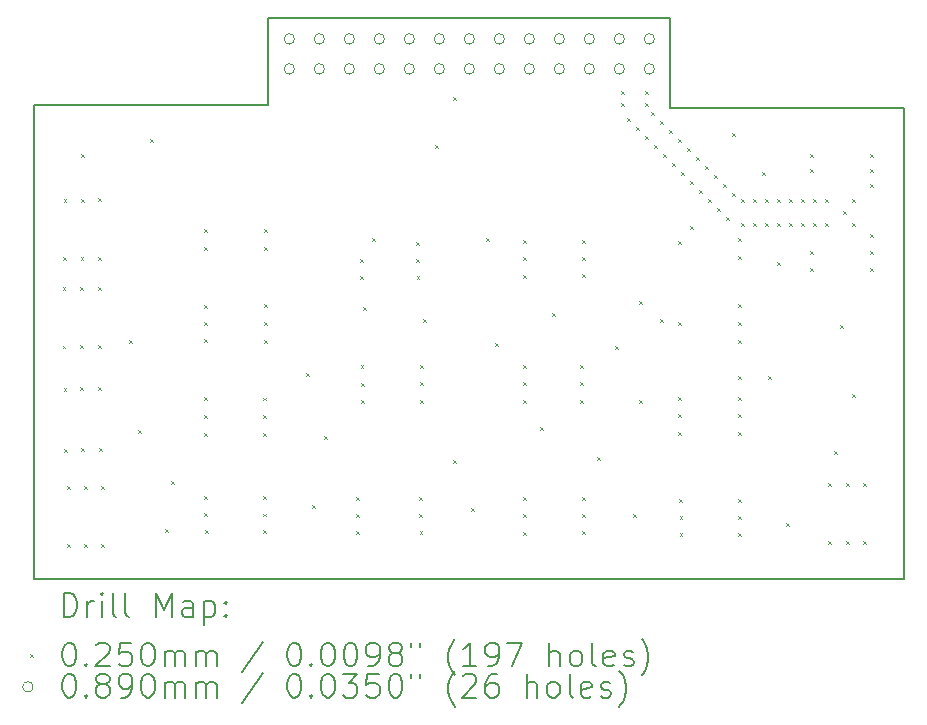
<source format=gbr>
%TF.GenerationSoftware,KiCad,Pcbnew,(6.0.8)*%
%TF.CreationDate,2023-08-07T17:47:23+10:00*%
%TF.ProjectId,REDPITAYA-BRK,52454450-4954-4415-9941-2d42524b2e6b,rev?*%
%TF.SameCoordinates,Original*%
%TF.FileFunction,Drillmap*%
%TF.FilePolarity,Positive*%
%FSLAX45Y45*%
G04 Gerber Fmt 4.5, Leading zero omitted, Abs format (unit mm)*
G04 Created by KiCad (PCBNEW (6.0.8)) date 2023-08-07 17:47:23*
%MOMM*%
%LPD*%
G01*
G04 APERTURE LIST*
%ADD10C,0.200000*%
%ADD11C,0.025000*%
%ADD12C,0.089000*%
G04 APERTURE END LIST*
D10*
X9652000Y-3124200D02*
X9652000Y-7137400D01*
X17018000Y-7137400D02*
X17018000Y-3149600D01*
X9652000Y-7137400D02*
X17018000Y-7137400D01*
X11633200Y-2387600D02*
X11633200Y-3124200D01*
X9652000Y-3124200D02*
X11633200Y-3124200D01*
X15036800Y-2387600D02*
X11633200Y-2387600D01*
X15036800Y-3149600D02*
X17018000Y-3149600D01*
X15036800Y-2387600D02*
X15036800Y-3149600D01*
D11*
X9890800Y-4667100D02*
X9915800Y-4692100D01*
X9915800Y-4667100D02*
X9890800Y-4692100D01*
X9890800Y-5161600D02*
X9915800Y-5186600D01*
X9915800Y-5161600D02*
X9890800Y-5186600D01*
X9893300Y-4413100D02*
X9918300Y-4438100D01*
X9918300Y-4413100D02*
X9893300Y-4438100D01*
X9899300Y-3917100D02*
X9924300Y-3942100D01*
X9924300Y-3917100D02*
X9899300Y-3942100D01*
X9899500Y-5517500D02*
X9924500Y-5542500D01*
X9924500Y-5517500D02*
X9899500Y-5542500D01*
X9907300Y-6034200D02*
X9932300Y-6059200D01*
X9932300Y-6034200D02*
X9907300Y-6059200D01*
X9926700Y-6844500D02*
X9951700Y-6869500D01*
X9951700Y-6844500D02*
X9926700Y-6869500D01*
X9927700Y-6349000D02*
X9952700Y-6374000D01*
X9952700Y-6349000D02*
X9927700Y-6374000D01*
X10040800Y-4666600D02*
X10065800Y-4691600D01*
X10065800Y-4666600D02*
X10040800Y-4691600D01*
X10040800Y-5161100D02*
X10065800Y-5186100D01*
X10065800Y-5161100D02*
X10040800Y-5186100D01*
X10043000Y-5516000D02*
X10068000Y-5541000D01*
X10068000Y-5516000D02*
X10043000Y-5541000D01*
X10043300Y-4412600D02*
X10068300Y-4437600D01*
X10068300Y-4412600D02*
X10043300Y-4437600D01*
X10045900Y-3543500D02*
X10070900Y-3568500D01*
X10070900Y-3543500D02*
X10045900Y-3568500D01*
X10046800Y-3917100D02*
X10071800Y-3942100D01*
X10071800Y-3917100D02*
X10046800Y-3942100D01*
X10050800Y-6032700D02*
X10075800Y-6057700D01*
X10075800Y-6032700D02*
X10050800Y-6057700D01*
X10070200Y-6843000D02*
X10095200Y-6868000D01*
X10095200Y-6843000D02*
X10070200Y-6868000D01*
X10071200Y-6347500D02*
X10096200Y-6372500D01*
X10096200Y-6347500D02*
X10071200Y-6372500D01*
X10188300Y-4666600D02*
X10213300Y-4691600D01*
X10213300Y-4666600D02*
X10188300Y-4691600D01*
X10188300Y-5161100D02*
X10213300Y-5186100D01*
X10213300Y-5161100D02*
X10188300Y-5186100D01*
X10190300Y-3915600D02*
X10215300Y-3940600D01*
X10215300Y-3915600D02*
X10190300Y-3940600D01*
X10190500Y-5516000D02*
X10215500Y-5541000D01*
X10215500Y-5516000D02*
X10190500Y-5541000D01*
X10190800Y-4412600D02*
X10215800Y-4437600D01*
X10215800Y-4412600D02*
X10190800Y-4437600D01*
X10198300Y-6032700D02*
X10223300Y-6057700D01*
X10223300Y-6032700D02*
X10198300Y-6057700D01*
X10217700Y-6843000D02*
X10242700Y-6868000D01*
X10242700Y-6843000D02*
X10217700Y-6868000D01*
X10218700Y-6347500D02*
X10243700Y-6372500D01*
X10243700Y-6347500D02*
X10218700Y-6372500D01*
X10452300Y-5118300D02*
X10477300Y-5143300D01*
X10477300Y-5118300D02*
X10452300Y-5143300D01*
X10528500Y-5880300D02*
X10553500Y-5905300D01*
X10553500Y-5880300D02*
X10528500Y-5905300D01*
X10630100Y-3416500D02*
X10655100Y-3441500D01*
X10655100Y-3416500D02*
X10630100Y-3441500D01*
X10757100Y-6718500D02*
X10782100Y-6743500D01*
X10782100Y-6718500D02*
X10757100Y-6743500D01*
X10807900Y-6312100D02*
X10832900Y-6337100D01*
X10832900Y-6312100D02*
X10807900Y-6337100D01*
X11087300Y-5600900D02*
X11112300Y-5625900D01*
X11112300Y-5600900D02*
X11087300Y-5625900D01*
X11087800Y-5750900D02*
X11112800Y-5775900D01*
X11112800Y-5750900D02*
X11087800Y-5775900D01*
X11087800Y-5898400D02*
X11112800Y-5923400D01*
X11112800Y-5898400D02*
X11087800Y-5923400D01*
X11089800Y-4817400D02*
X11114800Y-4842400D01*
X11114800Y-4817400D02*
X11089800Y-4842400D01*
X11089800Y-4964900D02*
X11114800Y-4989900D01*
X11114800Y-4964900D02*
X11089800Y-4989900D01*
X11091300Y-5108400D02*
X11116300Y-5133400D01*
X11116300Y-5108400D02*
X11091300Y-5133400D01*
X11092100Y-6434360D02*
X11117100Y-6459360D01*
X11117100Y-6434360D02*
X11092100Y-6459360D01*
X11092100Y-6581860D02*
X11117100Y-6606860D01*
X11117100Y-6581860D02*
X11092100Y-6606860D01*
X11092200Y-4179000D02*
X11117200Y-4204000D01*
X11117200Y-4179000D02*
X11092200Y-4204000D01*
X11092200Y-4326500D02*
X11117200Y-4351500D01*
X11117200Y-4326500D02*
X11092200Y-4351500D01*
X11093600Y-6725360D02*
X11118600Y-6750360D01*
X11118600Y-6725360D02*
X11093600Y-6750360D01*
X11587600Y-6436360D02*
X11612600Y-6461360D01*
X11612600Y-6436360D02*
X11587600Y-6461360D01*
X11587600Y-6583860D02*
X11612600Y-6608860D01*
X11612600Y-6583860D02*
X11587600Y-6608860D01*
X11588800Y-5601800D02*
X11613800Y-5626800D01*
X11613800Y-5601800D02*
X11588800Y-5626800D01*
X11589100Y-6727360D02*
X11614100Y-6752360D01*
X11614100Y-6727360D02*
X11589100Y-6752360D01*
X11589300Y-5751800D02*
X11614300Y-5776800D01*
X11614300Y-5751800D02*
X11589300Y-5776800D01*
X11589300Y-5899300D02*
X11614300Y-5924300D01*
X11614300Y-5899300D02*
X11589300Y-5924300D01*
X11595200Y-4176000D02*
X11620200Y-4201000D01*
X11620200Y-4176000D02*
X11595200Y-4201000D01*
X11595200Y-4323500D02*
X11620200Y-4348500D01*
X11620200Y-4323500D02*
X11595200Y-4348500D01*
X11595300Y-4813500D02*
X11620300Y-4838500D01*
X11620300Y-4813500D02*
X11595300Y-4838500D01*
X11595800Y-4963500D02*
X11620800Y-4988500D01*
X11620800Y-4963500D02*
X11595800Y-4988500D01*
X11595800Y-5111000D02*
X11620800Y-5136000D01*
X11620800Y-5111000D02*
X11595800Y-5136000D01*
X11950900Y-5397700D02*
X11975900Y-5422700D01*
X11975900Y-5397700D02*
X11950900Y-5422700D01*
X11999309Y-6512595D02*
X12024309Y-6537595D01*
X12024309Y-6512595D02*
X11999309Y-6537595D01*
X12103300Y-5931100D02*
X12128300Y-5956100D01*
X12128300Y-5931100D02*
X12103300Y-5956100D01*
X12377100Y-6441360D02*
X12402100Y-6466360D01*
X12402100Y-6441360D02*
X12377100Y-6466360D01*
X12377100Y-6588860D02*
X12402100Y-6613860D01*
X12402100Y-6588860D02*
X12377100Y-6613860D01*
X12378600Y-6732360D02*
X12403600Y-6757360D01*
X12403600Y-6732360D02*
X12378600Y-6757360D01*
X12408100Y-4427600D02*
X12433100Y-4452600D01*
X12433100Y-4427600D02*
X12408100Y-4452600D01*
X12409600Y-4571100D02*
X12434600Y-4596100D01*
X12434600Y-4571100D02*
X12409600Y-4596100D01*
X12414100Y-5327360D02*
X12439100Y-5352360D01*
X12439100Y-5327360D02*
X12414100Y-5352360D01*
X12414600Y-5477360D02*
X12439600Y-5502360D01*
X12439600Y-5477360D02*
X12414600Y-5502360D01*
X12414600Y-5624860D02*
X12439600Y-5649860D01*
X12439600Y-5624860D02*
X12414600Y-5649860D01*
X12433500Y-4838900D02*
X12458500Y-4863900D01*
X12458500Y-4838900D02*
X12433500Y-4863900D01*
X12509700Y-4254700D02*
X12534700Y-4279700D01*
X12534700Y-4254700D02*
X12509700Y-4279700D01*
X12886400Y-4285500D02*
X12911400Y-4310500D01*
X12911400Y-4285500D02*
X12886400Y-4310500D01*
X12886400Y-4433000D02*
X12911400Y-4458000D01*
X12911400Y-4433000D02*
X12886400Y-4458000D01*
X12887900Y-4576500D02*
X12912900Y-4601500D01*
X12912900Y-4576500D02*
X12887900Y-4601500D01*
X12912100Y-6443360D02*
X12937100Y-6468360D01*
X12937100Y-6443360D02*
X12912100Y-6468360D01*
X12912100Y-6590860D02*
X12937100Y-6615860D01*
X12937100Y-6590860D02*
X12912100Y-6615860D01*
X12913600Y-6734360D02*
X12938600Y-6759360D01*
X12938600Y-6734360D02*
X12913600Y-6759360D01*
X12915600Y-5323860D02*
X12940600Y-5348860D01*
X12940600Y-5323860D02*
X12915600Y-5348860D01*
X12916100Y-5473860D02*
X12941100Y-5498860D01*
X12941100Y-5473860D02*
X12916100Y-5498860D01*
X12916100Y-5621360D02*
X12941100Y-5646360D01*
X12941100Y-5621360D02*
X12916100Y-5646360D01*
X12941500Y-4940500D02*
X12966500Y-4965500D01*
X12966500Y-4940500D02*
X12941500Y-4965500D01*
X13043100Y-3467300D02*
X13068100Y-3492300D01*
X13068100Y-3467300D02*
X13043100Y-3492300D01*
X13195500Y-3060900D02*
X13220500Y-3085900D01*
X13220500Y-3060900D02*
X13195500Y-3085900D01*
X13195500Y-6134300D02*
X13220500Y-6159300D01*
X13220500Y-6134300D02*
X13195500Y-6159300D01*
X13347900Y-6540700D02*
X13372900Y-6565700D01*
X13372900Y-6540700D02*
X13347900Y-6565700D01*
X13474900Y-4254700D02*
X13499900Y-4279700D01*
X13499900Y-4254700D02*
X13474900Y-4279700D01*
X13551100Y-5143700D02*
X13576100Y-5168700D01*
X13576100Y-5143700D02*
X13551100Y-5168700D01*
X13787200Y-4271260D02*
X13812200Y-4296260D01*
X13812200Y-4271260D02*
X13787200Y-4296260D01*
X13787200Y-5328900D02*
X13812200Y-5353900D01*
X13812200Y-5328900D02*
X13787200Y-5353900D01*
X13788700Y-4414760D02*
X13813700Y-4439760D01*
X13813700Y-4414760D02*
X13788700Y-4439760D01*
X13788700Y-4562260D02*
X13813700Y-4587260D01*
X13813700Y-4562260D02*
X13788700Y-4587260D01*
X13788700Y-5472400D02*
X13813700Y-5497400D01*
X13813700Y-5472400D02*
X13788700Y-5497400D01*
X13788700Y-5619900D02*
X13813700Y-5644900D01*
X13813700Y-5619900D02*
X13788700Y-5644900D01*
X13791600Y-6447000D02*
X13816600Y-6472000D01*
X13816600Y-6447000D02*
X13791600Y-6472000D01*
X13793100Y-6590500D02*
X13818100Y-6615500D01*
X13818100Y-6590500D02*
X13793100Y-6615500D01*
X13793100Y-6738000D02*
X13818100Y-6763000D01*
X13818100Y-6738000D02*
X13793100Y-6763000D01*
X13932100Y-5854900D02*
X13957100Y-5879900D01*
X13957100Y-5854900D02*
X13932100Y-5879900D01*
X14033700Y-4889700D02*
X14058700Y-4914700D01*
X14058700Y-4889700D02*
X14033700Y-4914700D01*
X14274200Y-5329400D02*
X14299200Y-5354400D01*
X14299200Y-5329400D02*
X14274200Y-5354400D01*
X14275700Y-5472900D02*
X14300700Y-5497900D01*
X14300700Y-5472900D02*
X14275700Y-5497900D01*
X14275700Y-5620400D02*
X14300700Y-5645400D01*
X14300700Y-5620400D02*
X14275700Y-5645400D01*
X14285600Y-6443000D02*
X14310600Y-6468000D01*
X14310600Y-6443000D02*
X14285600Y-6468000D01*
X14285600Y-6590500D02*
X14310600Y-6615500D01*
X14310600Y-6590500D02*
X14285600Y-6615500D01*
X14286200Y-4268500D02*
X14311200Y-4293500D01*
X14311200Y-4268500D02*
X14286200Y-4293500D01*
X14287100Y-6734000D02*
X14312100Y-6759000D01*
X14312100Y-6734000D02*
X14287100Y-6759000D01*
X14287700Y-4412000D02*
X14312700Y-4437000D01*
X14312700Y-4412000D02*
X14287700Y-4437000D01*
X14287700Y-4559500D02*
X14312700Y-4584500D01*
X14312700Y-4559500D02*
X14287700Y-4584500D01*
X14414700Y-6108900D02*
X14439700Y-6133900D01*
X14439700Y-6108900D02*
X14414700Y-6133900D01*
X14567100Y-5169100D02*
X14592100Y-5194100D01*
X14592100Y-5169100D02*
X14567100Y-5194100D01*
X14617900Y-3010100D02*
X14642900Y-3035100D01*
X14642900Y-3010100D02*
X14617900Y-3035100D01*
X14617900Y-3111700D02*
X14642900Y-3136700D01*
X14642900Y-3111700D02*
X14617900Y-3136700D01*
X14668700Y-3238700D02*
X14693700Y-3263700D01*
X14693700Y-3238700D02*
X14668700Y-3263700D01*
X14719500Y-6591500D02*
X14744500Y-6616500D01*
X14744500Y-6591500D02*
X14719500Y-6616500D01*
X14744900Y-3314900D02*
X14769900Y-3339900D01*
X14769900Y-3314900D02*
X14744900Y-3339900D01*
X14770300Y-4788100D02*
X14795300Y-4813100D01*
X14795300Y-4788100D02*
X14770300Y-4813100D01*
X14770300Y-5626300D02*
X14795300Y-5651300D01*
X14795300Y-5626300D02*
X14770300Y-5651300D01*
X14821100Y-3010100D02*
X14846100Y-3035100D01*
X14846100Y-3010100D02*
X14821100Y-3035100D01*
X14821100Y-3111700D02*
X14846100Y-3136700D01*
X14846100Y-3111700D02*
X14821100Y-3136700D01*
X14821100Y-3391100D02*
X14846100Y-3416100D01*
X14846100Y-3391100D02*
X14821100Y-3416100D01*
X14871900Y-3187900D02*
X14896900Y-3212900D01*
X14896900Y-3187900D02*
X14871900Y-3212900D01*
X14897300Y-3467300D02*
X14922300Y-3492300D01*
X14922300Y-3467300D02*
X14897300Y-3492300D01*
X14948100Y-3264100D02*
X14973100Y-3289100D01*
X14973100Y-3264100D02*
X14948100Y-3289100D01*
X14948100Y-4940500D02*
X14973100Y-4965500D01*
X14973100Y-4940500D02*
X14948100Y-4965500D01*
X14973500Y-3543500D02*
X14998500Y-3568500D01*
X14998500Y-3543500D02*
X14973500Y-3568500D01*
X15024300Y-3340300D02*
X15049300Y-3365300D01*
X15049300Y-3340300D02*
X15024300Y-3365300D01*
X15049700Y-3619700D02*
X15074700Y-3644700D01*
X15074700Y-3619700D02*
X15049700Y-3644700D01*
X15100500Y-3416500D02*
X15125500Y-3441500D01*
X15125500Y-3416500D02*
X15100500Y-3441500D01*
X15100500Y-5600900D02*
X15125500Y-5625900D01*
X15125500Y-5600900D02*
X15100500Y-5625900D01*
X15101000Y-4280100D02*
X15126000Y-4305100D01*
X15126000Y-4280100D02*
X15101000Y-4305100D01*
X15101000Y-4963500D02*
X15126000Y-4988500D01*
X15126000Y-4963500D02*
X15101000Y-4988500D01*
X15102000Y-5744400D02*
X15127000Y-5769400D01*
X15127000Y-5744400D02*
X15102000Y-5769400D01*
X15102000Y-5891900D02*
X15127000Y-5916900D01*
X15127000Y-5891900D02*
X15102000Y-5916900D01*
X15113400Y-6459000D02*
X15138400Y-6484000D01*
X15138400Y-6459000D02*
X15113400Y-6484000D01*
X15114900Y-6602500D02*
X15139900Y-6627500D01*
X15139900Y-6602500D02*
X15114900Y-6627500D01*
X15114900Y-6750000D02*
X15139900Y-6775000D01*
X15139900Y-6750000D02*
X15114900Y-6775000D01*
X15125900Y-3695900D02*
X15150900Y-3720900D01*
X15150900Y-3695900D02*
X15125900Y-3720900D01*
X15176700Y-3492700D02*
X15201700Y-3517700D01*
X15201700Y-3492700D02*
X15176700Y-3517700D01*
X15202100Y-3772100D02*
X15227100Y-3797100D01*
X15227100Y-3772100D02*
X15202100Y-3797100D01*
X15202100Y-4153100D02*
X15227100Y-4178100D01*
X15227100Y-4153100D02*
X15202100Y-4178100D01*
X15252900Y-3568900D02*
X15277900Y-3593900D01*
X15277900Y-3568900D02*
X15252900Y-3593900D01*
X15278300Y-3848300D02*
X15303300Y-3873300D01*
X15303300Y-3848300D02*
X15278300Y-3873300D01*
X15329100Y-3645100D02*
X15354100Y-3670100D01*
X15354100Y-3645100D02*
X15329100Y-3670100D01*
X15354500Y-3924500D02*
X15379500Y-3949500D01*
X15379500Y-3924500D02*
X15354500Y-3949500D01*
X15405300Y-3721300D02*
X15430300Y-3746300D01*
X15430300Y-3721300D02*
X15405300Y-3746300D01*
X15430700Y-4000700D02*
X15455700Y-4025700D01*
X15455700Y-4000700D02*
X15430700Y-4025700D01*
X15481500Y-3797500D02*
X15506500Y-3822500D01*
X15506500Y-3797500D02*
X15481500Y-3822500D01*
X15506900Y-4076900D02*
X15531900Y-4101900D01*
X15531900Y-4076900D02*
X15506900Y-4101900D01*
X15557700Y-3365700D02*
X15582700Y-3390700D01*
X15582700Y-3365700D02*
X15557700Y-3390700D01*
X15557700Y-3873700D02*
X15582700Y-3898700D01*
X15582700Y-3873700D02*
X15557700Y-3898700D01*
X15606900Y-6460000D02*
X15631900Y-6485000D01*
X15631900Y-6460000D02*
X15606900Y-6485000D01*
X15608400Y-6603500D02*
X15633400Y-6628500D01*
X15633400Y-6603500D02*
X15608400Y-6628500D01*
X15608400Y-6751000D02*
X15633400Y-6776000D01*
X15633400Y-6751000D02*
X15608400Y-6776000D01*
X15608500Y-4813500D02*
X15633500Y-4838500D01*
X15633500Y-4813500D02*
X15608500Y-4838500D01*
X15608500Y-5423100D02*
X15633500Y-5448100D01*
X15633500Y-5423100D02*
X15608500Y-5448100D01*
X15608500Y-5600900D02*
X15633500Y-5625900D01*
X15633500Y-5600900D02*
X15608500Y-5625900D01*
X15609000Y-4252300D02*
X15634000Y-4277300D01*
X15634000Y-4252300D02*
X15609000Y-4277300D01*
X15609000Y-4399800D02*
X15634000Y-4424800D01*
X15634000Y-4399800D02*
X15609000Y-4424800D01*
X15609000Y-4963500D02*
X15634000Y-4988500D01*
X15634000Y-4963500D02*
X15609000Y-4988500D01*
X15609000Y-5111000D02*
X15634000Y-5136000D01*
X15634000Y-5111000D02*
X15609000Y-5136000D01*
X15610000Y-5744400D02*
X15635000Y-5769400D01*
X15635000Y-5744400D02*
X15610000Y-5769400D01*
X15610000Y-5891900D02*
X15635000Y-5916900D01*
X15635000Y-5891900D02*
X15610000Y-5916900D01*
X15633900Y-3924500D02*
X15658900Y-3949500D01*
X15658900Y-3924500D02*
X15633900Y-3949500D01*
X15633900Y-4127700D02*
X15658900Y-4152700D01*
X15658900Y-4127700D02*
X15633900Y-4152700D01*
X15735500Y-3924500D02*
X15760500Y-3949500D01*
X15760500Y-3924500D02*
X15735500Y-3949500D01*
X15735500Y-4127700D02*
X15760500Y-4152700D01*
X15760500Y-4127700D02*
X15735500Y-4152700D01*
X15811700Y-3695900D02*
X15836700Y-3720900D01*
X15836700Y-3695900D02*
X15811700Y-3720900D01*
X15837100Y-3924500D02*
X15862100Y-3949500D01*
X15862100Y-3924500D02*
X15837100Y-3949500D01*
X15837100Y-4127700D02*
X15862100Y-4152700D01*
X15862100Y-4127700D02*
X15837100Y-4152700D01*
X15862500Y-5423100D02*
X15887500Y-5448100D01*
X15887500Y-5423100D02*
X15862500Y-5448100D01*
X15938700Y-3924500D02*
X15963700Y-3949500D01*
X15963700Y-3924500D02*
X15938700Y-3949500D01*
X15938700Y-4127700D02*
X15963700Y-4152700D01*
X15963700Y-4127700D02*
X15938700Y-4152700D01*
X15938700Y-4457900D02*
X15963700Y-4482900D01*
X15963700Y-4457900D02*
X15938700Y-4482900D01*
X16014900Y-6667700D02*
X16039900Y-6692700D01*
X16039900Y-6667700D02*
X16014900Y-6692700D01*
X16040300Y-3924500D02*
X16065300Y-3949500D01*
X16065300Y-3924500D02*
X16040300Y-3949500D01*
X16040300Y-4127700D02*
X16065300Y-4152700D01*
X16065300Y-4127700D02*
X16040300Y-4152700D01*
X16141900Y-3924500D02*
X16166900Y-3949500D01*
X16166900Y-3924500D02*
X16141900Y-3949500D01*
X16141900Y-4127700D02*
X16166900Y-4152700D01*
X16166900Y-4127700D02*
X16141900Y-4152700D01*
X16216600Y-4365200D02*
X16241600Y-4390200D01*
X16241600Y-4365200D02*
X16216600Y-4390200D01*
X16218100Y-3543500D02*
X16243100Y-3568500D01*
X16243100Y-3543500D02*
X16218100Y-3568500D01*
X16218100Y-3670500D02*
X16243100Y-3695500D01*
X16243100Y-3670500D02*
X16218100Y-3695500D01*
X16218100Y-4508700D02*
X16243100Y-4533700D01*
X16243100Y-4508700D02*
X16218100Y-4533700D01*
X16243500Y-3924500D02*
X16268500Y-3949500D01*
X16268500Y-3924500D02*
X16243500Y-3949500D01*
X16243500Y-4127700D02*
X16268500Y-4152700D01*
X16268500Y-4127700D02*
X16243500Y-4152700D01*
X16345100Y-3924500D02*
X16370100Y-3949500D01*
X16370100Y-3924500D02*
X16345100Y-3949500D01*
X16345100Y-4127700D02*
X16370100Y-4152700D01*
X16370100Y-4127700D02*
X16345100Y-4152700D01*
X16374900Y-6817680D02*
X16399900Y-6842680D01*
X16399900Y-6817680D02*
X16374900Y-6842680D01*
X16375900Y-6326180D02*
X16400900Y-6351180D01*
X16400900Y-6326180D02*
X16375900Y-6351180D01*
X16421300Y-6058100D02*
X16446300Y-6083100D01*
X16446300Y-6058100D02*
X16421300Y-6083100D01*
X16472100Y-4991300D02*
X16497100Y-5016300D01*
X16497100Y-4991300D02*
X16472100Y-5016300D01*
X16497500Y-4026100D02*
X16522500Y-4051100D01*
X16522500Y-4026100D02*
X16497500Y-4051100D01*
X16522400Y-6817680D02*
X16547400Y-6842680D01*
X16547400Y-6817680D02*
X16522400Y-6842680D01*
X16523400Y-6326180D02*
X16548400Y-6351180D01*
X16548400Y-6326180D02*
X16523400Y-6351180D01*
X16573700Y-3924500D02*
X16598700Y-3949500D01*
X16598700Y-3924500D02*
X16573700Y-3949500D01*
X16573700Y-4127700D02*
X16598700Y-4152700D01*
X16598700Y-4127700D02*
X16573700Y-4152700D01*
X16573700Y-5575500D02*
X16598700Y-5600500D01*
X16598700Y-5575500D02*
X16573700Y-5600500D01*
X16665900Y-6816180D02*
X16690900Y-6841180D01*
X16690900Y-6816180D02*
X16665900Y-6841180D01*
X16666900Y-6324680D02*
X16691900Y-6349680D01*
X16691900Y-6324680D02*
X16666900Y-6349680D01*
X16724600Y-4217700D02*
X16749600Y-4242700D01*
X16749600Y-4217700D02*
X16724600Y-4242700D01*
X16724600Y-4365200D02*
X16749600Y-4390200D01*
X16749600Y-4365200D02*
X16724600Y-4390200D01*
X16726100Y-3543500D02*
X16751100Y-3568500D01*
X16751100Y-3543500D02*
X16726100Y-3568500D01*
X16726100Y-3670500D02*
X16751100Y-3695500D01*
X16751100Y-3670500D02*
X16726100Y-3695500D01*
X16726100Y-4508700D02*
X16751100Y-4533700D01*
X16751100Y-4508700D02*
X16726100Y-4533700D01*
X16727600Y-3797500D02*
X16752600Y-3822500D01*
X16752600Y-3797500D02*
X16727600Y-3822500D01*
D12*
X11855500Y-2565400D02*
G75*
G03*
X11855500Y-2565400I-44500J0D01*
G01*
X11855500Y-2819400D02*
G75*
G03*
X11855500Y-2819400I-44500J0D01*
G01*
X12109500Y-2565400D02*
G75*
G03*
X12109500Y-2565400I-44500J0D01*
G01*
X12109500Y-2819400D02*
G75*
G03*
X12109500Y-2819400I-44500J0D01*
G01*
X12363500Y-2565400D02*
G75*
G03*
X12363500Y-2565400I-44500J0D01*
G01*
X12363500Y-2819400D02*
G75*
G03*
X12363500Y-2819400I-44500J0D01*
G01*
X12617500Y-2565400D02*
G75*
G03*
X12617500Y-2565400I-44500J0D01*
G01*
X12617500Y-2819400D02*
G75*
G03*
X12617500Y-2819400I-44500J0D01*
G01*
X12871500Y-2565400D02*
G75*
G03*
X12871500Y-2565400I-44500J0D01*
G01*
X12871500Y-2819400D02*
G75*
G03*
X12871500Y-2819400I-44500J0D01*
G01*
X13125500Y-2565400D02*
G75*
G03*
X13125500Y-2565400I-44500J0D01*
G01*
X13125500Y-2819400D02*
G75*
G03*
X13125500Y-2819400I-44500J0D01*
G01*
X13379500Y-2565400D02*
G75*
G03*
X13379500Y-2565400I-44500J0D01*
G01*
X13379500Y-2819400D02*
G75*
G03*
X13379500Y-2819400I-44500J0D01*
G01*
X13633500Y-2565400D02*
G75*
G03*
X13633500Y-2565400I-44500J0D01*
G01*
X13633500Y-2819400D02*
G75*
G03*
X13633500Y-2819400I-44500J0D01*
G01*
X13887500Y-2565400D02*
G75*
G03*
X13887500Y-2565400I-44500J0D01*
G01*
X13887500Y-2819400D02*
G75*
G03*
X13887500Y-2819400I-44500J0D01*
G01*
X14141500Y-2565400D02*
G75*
G03*
X14141500Y-2565400I-44500J0D01*
G01*
X14141500Y-2819400D02*
G75*
G03*
X14141500Y-2819400I-44500J0D01*
G01*
X14395500Y-2565400D02*
G75*
G03*
X14395500Y-2565400I-44500J0D01*
G01*
X14395500Y-2819400D02*
G75*
G03*
X14395500Y-2819400I-44500J0D01*
G01*
X14649500Y-2565400D02*
G75*
G03*
X14649500Y-2565400I-44500J0D01*
G01*
X14649500Y-2819400D02*
G75*
G03*
X14649500Y-2819400I-44500J0D01*
G01*
X14903500Y-2565400D02*
G75*
G03*
X14903500Y-2565400I-44500J0D01*
G01*
X14903500Y-2819400D02*
G75*
G03*
X14903500Y-2819400I-44500J0D01*
G01*
D10*
X9899619Y-7457876D02*
X9899619Y-7257876D01*
X9947238Y-7257876D01*
X9975810Y-7267400D01*
X9994857Y-7286448D01*
X10004381Y-7305495D01*
X10013905Y-7343590D01*
X10013905Y-7372162D01*
X10004381Y-7410257D01*
X9994857Y-7429305D01*
X9975810Y-7448352D01*
X9947238Y-7457876D01*
X9899619Y-7457876D01*
X10099619Y-7457876D02*
X10099619Y-7324543D01*
X10099619Y-7362638D02*
X10109143Y-7343590D01*
X10118667Y-7334067D01*
X10137714Y-7324543D01*
X10156762Y-7324543D01*
X10223429Y-7457876D02*
X10223429Y-7324543D01*
X10223429Y-7257876D02*
X10213905Y-7267400D01*
X10223429Y-7276924D01*
X10232952Y-7267400D01*
X10223429Y-7257876D01*
X10223429Y-7276924D01*
X10347238Y-7457876D02*
X10328190Y-7448352D01*
X10318667Y-7429305D01*
X10318667Y-7257876D01*
X10452000Y-7457876D02*
X10432952Y-7448352D01*
X10423429Y-7429305D01*
X10423429Y-7257876D01*
X10680571Y-7457876D02*
X10680571Y-7257876D01*
X10747238Y-7400733D01*
X10813905Y-7257876D01*
X10813905Y-7457876D01*
X10994857Y-7457876D02*
X10994857Y-7353114D01*
X10985333Y-7334067D01*
X10966286Y-7324543D01*
X10928190Y-7324543D01*
X10909143Y-7334067D01*
X10994857Y-7448352D02*
X10975810Y-7457876D01*
X10928190Y-7457876D01*
X10909143Y-7448352D01*
X10899619Y-7429305D01*
X10899619Y-7410257D01*
X10909143Y-7391209D01*
X10928190Y-7381686D01*
X10975810Y-7381686D01*
X10994857Y-7372162D01*
X11090095Y-7324543D02*
X11090095Y-7524543D01*
X11090095Y-7334067D02*
X11109143Y-7324543D01*
X11147238Y-7324543D01*
X11166286Y-7334067D01*
X11175810Y-7343590D01*
X11185333Y-7362638D01*
X11185333Y-7419781D01*
X11175810Y-7438828D01*
X11166286Y-7448352D01*
X11147238Y-7457876D01*
X11109143Y-7457876D01*
X11090095Y-7448352D01*
X11271048Y-7438828D02*
X11280571Y-7448352D01*
X11271048Y-7457876D01*
X11261524Y-7448352D01*
X11271048Y-7438828D01*
X11271048Y-7457876D01*
X11271048Y-7334067D02*
X11280571Y-7343590D01*
X11271048Y-7353114D01*
X11261524Y-7343590D01*
X11271048Y-7334067D01*
X11271048Y-7353114D01*
D11*
X9617000Y-7774900D02*
X9642000Y-7799900D01*
X9642000Y-7774900D02*
X9617000Y-7799900D01*
D10*
X9937714Y-7677876D02*
X9956762Y-7677876D01*
X9975810Y-7687400D01*
X9985333Y-7696924D01*
X9994857Y-7715971D01*
X10004381Y-7754067D01*
X10004381Y-7801686D01*
X9994857Y-7839781D01*
X9985333Y-7858828D01*
X9975810Y-7868352D01*
X9956762Y-7877876D01*
X9937714Y-7877876D01*
X9918667Y-7868352D01*
X9909143Y-7858828D01*
X9899619Y-7839781D01*
X9890095Y-7801686D01*
X9890095Y-7754067D01*
X9899619Y-7715971D01*
X9909143Y-7696924D01*
X9918667Y-7687400D01*
X9937714Y-7677876D01*
X10090095Y-7858828D02*
X10099619Y-7868352D01*
X10090095Y-7877876D01*
X10080571Y-7868352D01*
X10090095Y-7858828D01*
X10090095Y-7877876D01*
X10175810Y-7696924D02*
X10185333Y-7687400D01*
X10204381Y-7677876D01*
X10252000Y-7677876D01*
X10271048Y-7687400D01*
X10280571Y-7696924D01*
X10290095Y-7715971D01*
X10290095Y-7735019D01*
X10280571Y-7763590D01*
X10166286Y-7877876D01*
X10290095Y-7877876D01*
X10471048Y-7677876D02*
X10375810Y-7677876D01*
X10366286Y-7773114D01*
X10375810Y-7763590D01*
X10394857Y-7754067D01*
X10442476Y-7754067D01*
X10461524Y-7763590D01*
X10471048Y-7773114D01*
X10480571Y-7792162D01*
X10480571Y-7839781D01*
X10471048Y-7858828D01*
X10461524Y-7868352D01*
X10442476Y-7877876D01*
X10394857Y-7877876D01*
X10375810Y-7868352D01*
X10366286Y-7858828D01*
X10604381Y-7677876D02*
X10623429Y-7677876D01*
X10642476Y-7687400D01*
X10652000Y-7696924D01*
X10661524Y-7715971D01*
X10671048Y-7754067D01*
X10671048Y-7801686D01*
X10661524Y-7839781D01*
X10652000Y-7858828D01*
X10642476Y-7868352D01*
X10623429Y-7877876D01*
X10604381Y-7877876D01*
X10585333Y-7868352D01*
X10575810Y-7858828D01*
X10566286Y-7839781D01*
X10556762Y-7801686D01*
X10556762Y-7754067D01*
X10566286Y-7715971D01*
X10575810Y-7696924D01*
X10585333Y-7687400D01*
X10604381Y-7677876D01*
X10756762Y-7877876D02*
X10756762Y-7744543D01*
X10756762Y-7763590D02*
X10766286Y-7754067D01*
X10785333Y-7744543D01*
X10813905Y-7744543D01*
X10832952Y-7754067D01*
X10842476Y-7773114D01*
X10842476Y-7877876D01*
X10842476Y-7773114D02*
X10852000Y-7754067D01*
X10871048Y-7744543D01*
X10899619Y-7744543D01*
X10918667Y-7754067D01*
X10928190Y-7773114D01*
X10928190Y-7877876D01*
X11023429Y-7877876D02*
X11023429Y-7744543D01*
X11023429Y-7763590D02*
X11032952Y-7754067D01*
X11052000Y-7744543D01*
X11080571Y-7744543D01*
X11099619Y-7754067D01*
X11109143Y-7773114D01*
X11109143Y-7877876D01*
X11109143Y-7773114D02*
X11118667Y-7754067D01*
X11137714Y-7744543D01*
X11166286Y-7744543D01*
X11185333Y-7754067D01*
X11194857Y-7773114D01*
X11194857Y-7877876D01*
X11585333Y-7668352D02*
X11413905Y-7925495D01*
X11842476Y-7677876D02*
X11861524Y-7677876D01*
X11880571Y-7687400D01*
X11890095Y-7696924D01*
X11899619Y-7715971D01*
X11909143Y-7754067D01*
X11909143Y-7801686D01*
X11899619Y-7839781D01*
X11890095Y-7858828D01*
X11880571Y-7868352D01*
X11861524Y-7877876D01*
X11842476Y-7877876D01*
X11823428Y-7868352D01*
X11813905Y-7858828D01*
X11804381Y-7839781D01*
X11794857Y-7801686D01*
X11794857Y-7754067D01*
X11804381Y-7715971D01*
X11813905Y-7696924D01*
X11823428Y-7687400D01*
X11842476Y-7677876D01*
X11994857Y-7858828D02*
X12004381Y-7868352D01*
X11994857Y-7877876D01*
X11985333Y-7868352D01*
X11994857Y-7858828D01*
X11994857Y-7877876D01*
X12128190Y-7677876D02*
X12147238Y-7677876D01*
X12166286Y-7687400D01*
X12175809Y-7696924D01*
X12185333Y-7715971D01*
X12194857Y-7754067D01*
X12194857Y-7801686D01*
X12185333Y-7839781D01*
X12175809Y-7858828D01*
X12166286Y-7868352D01*
X12147238Y-7877876D01*
X12128190Y-7877876D01*
X12109143Y-7868352D01*
X12099619Y-7858828D01*
X12090095Y-7839781D01*
X12080571Y-7801686D01*
X12080571Y-7754067D01*
X12090095Y-7715971D01*
X12099619Y-7696924D01*
X12109143Y-7687400D01*
X12128190Y-7677876D01*
X12318667Y-7677876D02*
X12337714Y-7677876D01*
X12356762Y-7687400D01*
X12366286Y-7696924D01*
X12375809Y-7715971D01*
X12385333Y-7754067D01*
X12385333Y-7801686D01*
X12375809Y-7839781D01*
X12366286Y-7858828D01*
X12356762Y-7868352D01*
X12337714Y-7877876D01*
X12318667Y-7877876D01*
X12299619Y-7868352D01*
X12290095Y-7858828D01*
X12280571Y-7839781D01*
X12271048Y-7801686D01*
X12271048Y-7754067D01*
X12280571Y-7715971D01*
X12290095Y-7696924D01*
X12299619Y-7687400D01*
X12318667Y-7677876D01*
X12480571Y-7877876D02*
X12518667Y-7877876D01*
X12537714Y-7868352D01*
X12547238Y-7858828D01*
X12566286Y-7830257D01*
X12575809Y-7792162D01*
X12575809Y-7715971D01*
X12566286Y-7696924D01*
X12556762Y-7687400D01*
X12537714Y-7677876D01*
X12499619Y-7677876D01*
X12480571Y-7687400D01*
X12471048Y-7696924D01*
X12461524Y-7715971D01*
X12461524Y-7763590D01*
X12471048Y-7782638D01*
X12480571Y-7792162D01*
X12499619Y-7801686D01*
X12537714Y-7801686D01*
X12556762Y-7792162D01*
X12566286Y-7782638D01*
X12575809Y-7763590D01*
X12690095Y-7763590D02*
X12671048Y-7754067D01*
X12661524Y-7744543D01*
X12652000Y-7725495D01*
X12652000Y-7715971D01*
X12661524Y-7696924D01*
X12671048Y-7687400D01*
X12690095Y-7677876D01*
X12728190Y-7677876D01*
X12747238Y-7687400D01*
X12756762Y-7696924D01*
X12766286Y-7715971D01*
X12766286Y-7725495D01*
X12756762Y-7744543D01*
X12747238Y-7754067D01*
X12728190Y-7763590D01*
X12690095Y-7763590D01*
X12671048Y-7773114D01*
X12661524Y-7782638D01*
X12652000Y-7801686D01*
X12652000Y-7839781D01*
X12661524Y-7858828D01*
X12671048Y-7868352D01*
X12690095Y-7877876D01*
X12728190Y-7877876D01*
X12747238Y-7868352D01*
X12756762Y-7858828D01*
X12766286Y-7839781D01*
X12766286Y-7801686D01*
X12756762Y-7782638D01*
X12747238Y-7773114D01*
X12728190Y-7763590D01*
X12842476Y-7677876D02*
X12842476Y-7715971D01*
X12918667Y-7677876D02*
X12918667Y-7715971D01*
X13213905Y-7954067D02*
X13204381Y-7944543D01*
X13185333Y-7915971D01*
X13175809Y-7896924D01*
X13166286Y-7868352D01*
X13156762Y-7820733D01*
X13156762Y-7782638D01*
X13166286Y-7735019D01*
X13175809Y-7706448D01*
X13185333Y-7687400D01*
X13204381Y-7658828D01*
X13213905Y-7649305D01*
X13394857Y-7877876D02*
X13280571Y-7877876D01*
X13337714Y-7877876D02*
X13337714Y-7677876D01*
X13318667Y-7706448D01*
X13299619Y-7725495D01*
X13280571Y-7735019D01*
X13490095Y-7877876D02*
X13528190Y-7877876D01*
X13547238Y-7868352D01*
X13556762Y-7858828D01*
X13575809Y-7830257D01*
X13585333Y-7792162D01*
X13585333Y-7715971D01*
X13575809Y-7696924D01*
X13566286Y-7687400D01*
X13547238Y-7677876D01*
X13509143Y-7677876D01*
X13490095Y-7687400D01*
X13480571Y-7696924D01*
X13471048Y-7715971D01*
X13471048Y-7763590D01*
X13480571Y-7782638D01*
X13490095Y-7792162D01*
X13509143Y-7801686D01*
X13547238Y-7801686D01*
X13566286Y-7792162D01*
X13575809Y-7782638D01*
X13585333Y-7763590D01*
X13652000Y-7677876D02*
X13785333Y-7677876D01*
X13699619Y-7877876D01*
X14013905Y-7877876D02*
X14013905Y-7677876D01*
X14099619Y-7877876D02*
X14099619Y-7773114D01*
X14090095Y-7754067D01*
X14071048Y-7744543D01*
X14042476Y-7744543D01*
X14023428Y-7754067D01*
X14013905Y-7763590D01*
X14223428Y-7877876D02*
X14204381Y-7868352D01*
X14194857Y-7858828D01*
X14185333Y-7839781D01*
X14185333Y-7782638D01*
X14194857Y-7763590D01*
X14204381Y-7754067D01*
X14223428Y-7744543D01*
X14252000Y-7744543D01*
X14271048Y-7754067D01*
X14280571Y-7763590D01*
X14290095Y-7782638D01*
X14290095Y-7839781D01*
X14280571Y-7858828D01*
X14271048Y-7868352D01*
X14252000Y-7877876D01*
X14223428Y-7877876D01*
X14404381Y-7877876D02*
X14385333Y-7868352D01*
X14375809Y-7849305D01*
X14375809Y-7677876D01*
X14556762Y-7868352D02*
X14537714Y-7877876D01*
X14499619Y-7877876D01*
X14480571Y-7868352D01*
X14471048Y-7849305D01*
X14471048Y-7773114D01*
X14480571Y-7754067D01*
X14499619Y-7744543D01*
X14537714Y-7744543D01*
X14556762Y-7754067D01*
X14566286Y-7773114D01*
X14566286Y-7792162D01*
X14471048Y-7811209D01*
X14642476Y-7868352D02*
X14661524Y-7877876D01*
X14699619Y-7877876D01*
X14718667Y-7868352D01*
X14728190Y-7849305D01*
X14728190Y-7839781D01*
X14718667Y-7820733D01*
X14699619Y-7811209D01*
X14671048Y-7811209D01*
X14652000Y-7801686D01*
X14642476Y-7782638D01*
X14642476Y-7773114D01*
X14652000Y-7754067D01*
X14671048Y-7744543D01*
X14699619Y-7744543D01*
X14718667Y-7754067D01*
X14794857Y-7954067D02*
X14804381Y-7944543D01*
X14823428Y-7915971D01*
X14832952Y-7896924D01*
X14842476Y-7868352D01*
X14852000Y-7820733D01*
X14852000Y-7782638D01*
X14842476Y-7735019D01*
X14832952Y-7706448D01*
X14823428Y-7687400D01*
X14804381Y-7658828D01*
X14794857Y-7649305D01*
D12*
X9642000Y-8051400D02*
G75*
G03*
X9642000Y-8051400I-44500J0D01*
G01*
D10*
X9937714Y-7941876D02*
X9956762Y-7941876D01*
X9975810Y-7951400D01*
X9985333Y-7960924D01*
X9994857Y-7979971D01*
X10004381Y-8018067D01*
X10004381Y-8065686D01*
X9994857Y-8103781D01*
X9985333Y-8122828D01*
X9975810Y-8132352D01*
X9956762Y-8141876D01*
X9937714Y-8141876D01*
X9918667Y-8132352D01*
X9909143Y-8122828D01*
X9899619Y-8103781D01*
X9890095Y-8065686D01*
X9890095Y-8018067D01*
X9899619Y-7979971D01*
X9909143Y-7960924D01*
X9918667Y-7951400D01*
X9937714Y-7941876D01*
X10090095Y-8122828D02*
X10099619Y-8132352D01*
X10090095Y-8141876D01*
X10080571Y-8132352D01*
X10090095Y-8122828D01*
X10090095Y-8141876D01*
X10213905Y-8027590D02*
X10194857Y-8018067D01*
X10185333Y-8008543D01*
X10175810Y-7989495D01*
X10175810Y-7979971D01*
X10185333Y-7960924D01*
X10194857Y-7951400D01*
X10213905Y-7941876D01*
X10252000Y-7941876D01*
X10271048Y-7951400D01*
X10280571Y-7960924D01*
X10290095Y-7979971D01*
X10290095Y-7989495D01*
X10280571Y-8008543D01*
X10271048Y-8018067D01*
X10252000Y-8027590D01*
X10213905Y-8027590D01*
X10194857Y-8037114D01*
X10185333Y-8046638D01*
X10175810Y-8065686D01*
X10175810Y-8103781D01*
X10185333Y-8122828D01*
X10194857Y-8132352D01*
X10213905Y-8141876D01*
X10252000Y-8141876D01*
X10271048Y-8132352D01*
X10280571Y-8122828D01*
X10290095Y-8103781D01*
X10290095Y-8065686D01*
X10280571Y-8046638D01*
X10271048Y-8037114D01*
X10252000Y-8027590D01*
X10385333Y-8141876D02*
X10423429Y-8141876D01*
X10442476Y-8132352D01*
X10452000Y-8122828D01*
X10471048Y-8094257D01*
X10480571Y-8056162D01*
X10480571Y-7979971D01*
X10471048Y-7960924D01*
X10461524Y-7951400D01*
X10442476Y-7941876D01*
X10404381Y-7941876D01*
X10385333Y-7951400D01*
X10375810Y-7960924D01*
X10366286Y-7979971D01*
X10366286Y-8027590D01*
X10375810Y-8046638D01*
X10385333Y-8056162D01*
X10404381Y-8065686D01*
X10442476Y-8065686D01*
X10461524Y-8056162D01*
X10471048Y-8046638D01*
X10480571Y-8027590D01*
X10604381Y-7941876D02*
X10623429Y-7941876D01*
X10642476Y-7951400D01*
X10652000Y-7960924D01*
X10661524Y-7979971D01*
X10671048Y-8018067D01*
X10671048Y-8065686D01*
X10661524Y-8103781D01*
X10652000Y-8122828D01*
X10642476Y-8132352D01*
X10623429Y-8141876D01*
X10604381Y-8141876D01*
X10585333Y-8132352D01*
X10575810Y-8122828D01*
X10566286Y-8103781D01*
X10556762Y-8065686D01*
X10556762Y-8018067D01*
X10566286Y-7979971D01*
X10575810Y-7960924D01*
X10585333Y-7951400D01*
X10604381Y-7941876D01*
X10756762Y-8141876D02*
X10756762Y-8008543D01*
X10756762Y-8027590D02*
X10766286Y-8018067D01*
X10785333Y-8008543D01*
X10813905Y-8008543D01*
X10832952Y-8018067D01*
X10842476Y-8037114D01*
X10842476Y-8141876D01*
X10842476Y-8037114D02*
X10852000Y-8018067D01*
X10871048Y-8008543D01*
X10899619Y-8008543D01*
X10918667Y-8018067D01*
X10928190Y-8037114D01*
X10928190Y-8141876D01*
X11023429Y-8141876D02*
X11023429Y-8008543D01*
X11023429Y-8027590D02*
X11032952Y-8018067D01*
X11052000Y-8008543D01*
X11080571Y-8008543D01*
X11099619Y-8018067D01*
X11109143Y-8037114D01*
X11109143Y-8141876D01*
X11109143Y-8037114D02*
X11118667Y-8018067D01*
X11137714Y-8008543D01*
X11166286Y-8008543D01*
X11185333Y-8018067D01*
X11194857Y-8037114D01*
X11194857Y-8141876D01*
X11585333Y-7932352D02*
X11413905Y-8189495D01*
X11842476Y-7941876D02*
X11861524Y-7941876D01*
X11880571Y-7951400D01*
X11890095Y-7960924D01*
X11899619Y-7979971D01*
X11909143Y-8018067D01*
X11909143Y-8065686D01*
X11899619Y-8103781D01*
X11890095Y-8122828D01*
X11880571Y-8132352D01*
X11861524Y-8141876D01*
X11842476Y-8141876D01*
X11823428Y-8132352D01*
X11813905Y-8122828D01*
X11804381Y-8103781D01*
X11794857Y-8065686D01*
X11794857Y-8018067D01*
X11804381Y-7979971D01*
X11813905Y-7960924D01*
X11823428Y-7951400D01*
X11842476Y-7941876D01*
X11994857Y-8122828D02*
X12004381Y-8132352D01*
X11994857Y-8141876D01*
X11985333Y-8132352D01*
X11994857Y-8122828D01*
X11994857Y-8141876D01*
X12128190Y-7941876D02*
X12147238Y-7941876D01*
X12166286Y-7951400D01*
X12175809Y-7960924D01*
X12185333Y-7979971D01*
X12194857Y-8018067D01*
X12194857Y-8065686D01*
X12185333Y-8103781D01*
X12175809Y-8122828D01*
X12166286Y-8132352D01*
X12147238Y-8141876D01*
X12128190Y-8141876D01*
X12109143Y-8132352D01*
X12099619Y-8122828D01*
X12090095Y-8103781D01*
X12080571Y-8065686D01*
X12080571Y-8018067D01*
X12090095Y-7979971D01*
X12099619Y-7960924D01*
X12109143Y-7951400D01*
X12128190Y-7941876D01*
X12261524Y-7941876D02*
X12385333Y-7941876D01*
X12318667Y-8018067D01*
X12347238Y-8018067D01*
X12366286Y-8027590D01*
X12375809Y-8037114D01*
X12385333Y-8056162D01*
X12385333Y-8103781D01*
X12375809Y-8122828D01*
X12366286Y-8132352D01*
X12347238Y-8141876D01*
X12290095Y-8141876D01*
X12271048Y-8132352D01*
X12261524Y-8122828D01*
X12566286Y-7941876D02*
X12471048Y-7941876D01*
X12461524Y-8037114D01*
X12471048Y-8027590D01*
X12490095Y-8018067D01*
X12537714Y-8018067D01*
X12556762Y-8027590D01*
X12566286Y-8037114D01*
X12575809Y-8056162D01*
X12575809Y-8103781D01*
X12566286Y-8122828D01*
X12556762Y-8132352D01*
X12537714Y-8141876D01*
X12490095Y-8141876D01*
X12471048Y-8132352D01*
X12461524Y-8122828D01*
X12699619Y-7941876D02*
X12718667Y-7941876D01*
X12737714Y-7951400D01*
X12747238Y-7960924D01*
X12756762Y-7979971D01*
X12766286Y-8018067D01*
X12766286Y-8065686D01*
X12756762Y-8103781D01*
X12747238Y-8122828D01*
X12737714Y-8132352D01*
X12718667Y-8141876D01*
X12699619Y-8141876D01*
X12680571Y-8132352D01*
X12671048Y-8122828D01*
X12661524Y-8103781D01*
X12652000Y-8065686D01*
X12652000Y-8018067D01*
X12661524Y-7979971D01*
X12671048Y-7960924D01*
X12680571Y-7951400D01*
X12699619Y-7941876D01*
X12842476Y-7941876D02*
X12842476Y-7979971D01*
X12918667Y-7941876D02*
X12918667Y-7979971D01*
X13213905Y-8218067D02*
X13204381Y-8208543D01*
X13185333Y-8179971D01*
X13175809Y-8160924D01*
X13166286Y-8132352D01*
X13156762Y-8084733D01*
X13156762Y-8046638D01*
X13166286Y-7999019D01*
X13175809Y-7970448D01*
X13185333Y-7951400D01*
X13204381Y-7922828D01*
X13213905Y-7913305D01*
X13280571Y-7960924D02*
X13290095Y-7951400D01*
X13309143Y-7941876D01*
X13356762Y-7941876D01*
X13375809Y-7951400D01*
X13385333Y-7960924D01*
X13394857Y-7979971D01*
X13394857Y-7999019D01*
X13385333Y-8027590D01*
X13271048Y-8141876D01*
X13394857Y-8141876D01*
X13566286Y-7941876D02*
X13528190Y-7941876D01*
X13509143Y-7951400D01*
X13499619Y-7960924D01*
X13480571Y-7989495D01*
X13471048Y-8027590D01*
X13471048Y-8103781D01*
X13480571Y-8122828D01*
X13490095Y-8132352D01*
X13509143Y-8141876D01*
X13547238Y-8141876D01*
X13566286Y-8132352D01*
X13575809Y-8122828D01*
X13585333Y-8103781D01*
X13585333Y-8056162D01*
X13575809Y-8037114D01*
X13566286Y-8027590D01*
X13547238Y-8018067D01*
X13509143Y-8018067D01*
X13490095Y-8027590D01*
X13480571Y-8037114D01*
X13471048Y-8056162D01*
X13823428Y-8141876D02*
X13823428Y-7941876D01*
X13909143Y-8141876D02*
X13909143Y-8037114D01*
X13899619Y-8018067D01*
X13880571Y-8008543D01*
X13852000Y-8008543D01*
X13832952Y-8018067D01*
X13823428Y-8027590D01*
X14032952Y-8141876D02*
X14013905Y-8132352D01*
X14004381Y-8122828D01*
X13994857Y-8103781D01*
X13994857Y-8046638D01*
X14004381Y-8027590D01*
X14013905Y-8018067D01*
X14032952Y-8008543D01*
X14061524Y-8008543D01*
X14080571Y-8018067D01*
X14090095Y-8027590D01*
X14099619Y-8046638D01*
X14099619Y-8103781D01*
X14090095Y-8122828D01*
X14080571Y-8132352D01*
X14061524Y-8141876D01*
X14032952Y-8141876D01*
X14213905Y-8141876D02*
X14194857Y-8132352D01*
X14185333Y-8113305D01*
X14185333Y-7941876D01*
X14366286Y-8132352D02*
X14347238Y-8141876D01*
X14309143Y-8141876D01*
X14290095Y-8132352D01*
X14280571Y-8113305D01*
X14280571Y-8037114D01*
X14290095Y-8018067D01*
X14309143Y-8008543D01*
X14347238Y-8008543D01*
X14366286Y-8018067D01*
X14375809Y-8037114D01*
X14375809Y-8056162D01*
X14280571Y-8075209D01*
X14452000Y-8132352D02*
X14471048Y-8141876D01*
X14509143Y-8141876D01*
X14528190Y-8132352D01*
X14537714Y-8113305D01*
X14537714Y-8103781D01*
X14528190Y-8084733D01*
X14509143Y-8075209D01*
X14480571Y-8075209D01*
X14461524Y-8065686D01*
X14452000Y-8046638D01*
X14452000Y-8037114D01*
X14461524Y-8018067D01*
X14480571Y-8008543D01*
X14509143Y-8008543D01*
X14528190Y-8018067D01*
X14604381Y-8218067D02*
X14613905Y-8208543D01*
X14632952Y-8179971D01*
X14642476Y-8160924D01*
X14652000Y-8132352D01*
X14661524Y-8084733D01*
X14661524Y-8046638D01*
X14652000Y-7999019D01*
X14642476Y-7970448D01*
X14632952Y-7951400D01*
X14613905Y-7922828D01*
X14604381Y-7913305D01*
M02*

</source>
